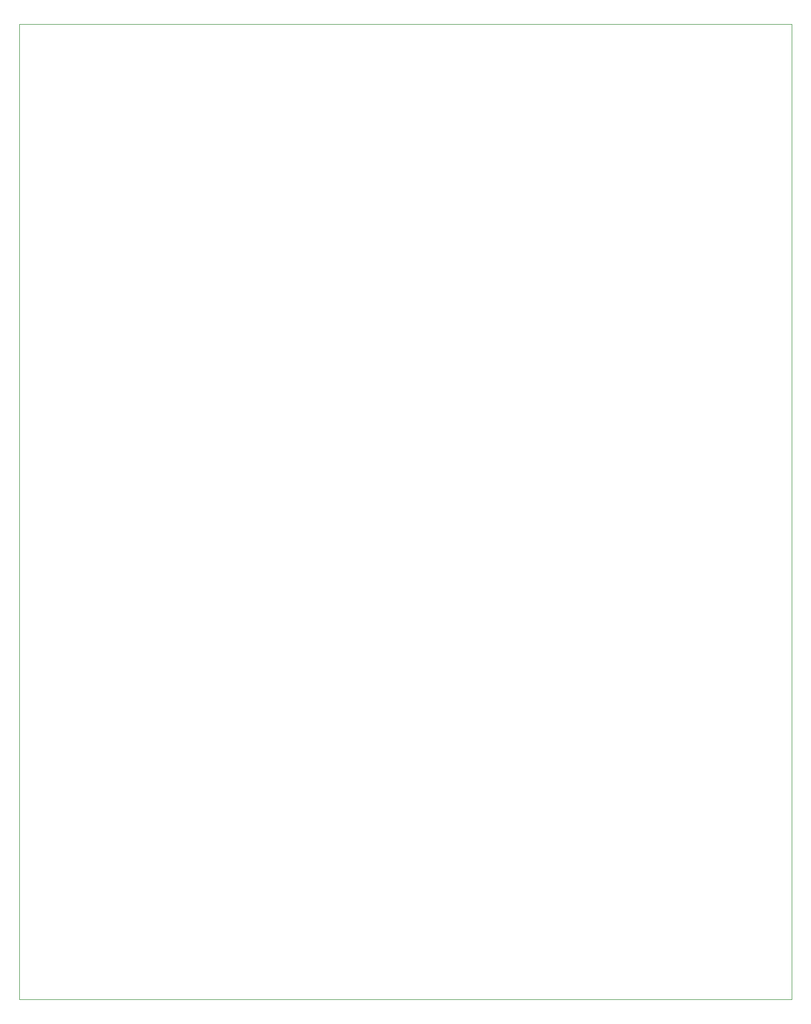
<source format=gm1>
G04 #@! TF.GenerationSoftware,KiCad,Pcbnew,9.0.1*
G04 #@! TF.CreationDate,2025-05-09T02:34:20+02:00*
G04 #@! TF.ProjectId,receiver_battery,72656365-6976-4657-925f-626174746572,rev?*
G04 #@! TF.SameCoordinates,Original*
G04 #@! TF.FileFunction,Profile,NP*
%FSLAX46Y46*%
G04 Gerber Fmt 4.6, Leading zero omitted, Abs format (unit mm)*
G04 Created by KiCad (PCBNEW 9.0.1) date 2025-05-09 02:34:20*
%MOMM*%
%LPD*%
G01*
G04 APERTURE LIST*
G04 #@! TA.AperFunction,Profile*
%ADD10C,0.050000*%
G04 #@! TD*
G04 APERTURE END LIST*
D10*
X20000000Y-41000000D02*
X142000000Y-41000000D01*
X142000000Y-195000000D01*
X20000000Y-195000000D01*
X20000000Y-41000000D01*
M02*

</source>
